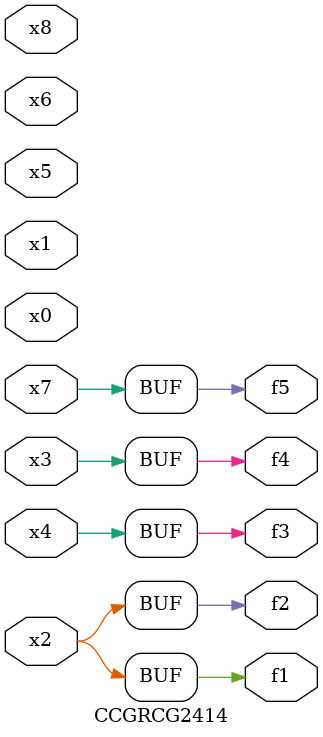
<source format=v>
module CCGRCG2414(
	input x0, x1, x2, x3, x4, x5, x6, x7, x8,
	output f1, f2, f3, f4, f5
);
	assign f1 = x2;
	assign f2 = x2;
	assign f3 = x4;
	assign f4 = x3;
	assign f5 = x7;
endmodule

</source>
